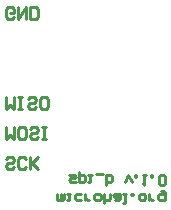
<source format=gbo>
G04 Layer_Color=13813960*
%FSLAX25Y25*%
%MOIN*%
G70*
G01*
G75*
%ADD16C,0.01000*%
D16*
X127666Y487668D02*
X126999Y487001D01*
X125666D01*
X125000Y487668D01*
Y490334D01*
X125666Y491000D01*
X126999D01*
X127666Y490334D01*
Y489001D01*
X126333D01*
X128999Y491000D02*
Y487001D01*
X131665Y491000D01*
Y487001D01*
X132997D02*
Y491000D01*
X134997D01*
X135663Y490334D01*
Y487668D01*
X134997Y487001D01*
X132997D01*
X125000Y461000D02*
Y457001D01*
X126333Y458334D01*
X127666Y457001D01*
Y461000D01*
X128999Y457001D02*
X130332D01*
X129665D01*
Y461000D01*
X128999D01*
X130332D01*
X134997Y457668D02*
X134330Y457001D01*
X132997D01*
X132331Y457668D01*
Y458334D01*
X132997Y459001D01*
X134330D01*
X134997Y459667D01*
Y460334D01*
X134330Y461000D01*
X132997D01*
X132331Y460334D01*
X138329Y457001D02*
X136996D01*
X136330Y457668D01*
Y460334D01*
X136996Y461000D01*
X138329D01*
X138996Y460334D01*
Y457668D01*
X138329Y457001D01*
X125000Y451000D02*
Y447001D01*
X126333Y448334D01*
X127666Y447001D01*
Y451000D01*
X130998Y447001D02*
X129665D01*
X128999Y447668D01*
Y450334D01*
X129665Y451000D01*
X130998D01*
X131665Y450334D01*
Y447668D01*
X130998Y447001D01*
X135663Y447668D02*
X134997Y447001D01*
X133664D01*
X132997Y447668D01*
Y448334D01*
X133664Y449001D01*
X134997D01*
X135663Y449667D01*
Y450334D01*
X134997Y451000D01*
X133664D01*
X132997Y450334D01*
X136996Y447001D02*
X138329D01*
X137663D01*
Y451000D01*
X136996D01*
X138329D01*
X127666Y437668D02*
X126999Y437001D01*
X125666D01*
X125000Y437668D01*
Y438334D01*
X125666Y439001D01*
X126999D01*
X127666Y439667D01*
Y440334D01*
X126999Y441000D01*
X125666D01*
X125000Y440334D01*
X131665Y437668D02*
X130998Y437001D01*
X129665D01*
X128999Y437668D01*
Y440334D01*
X129665Y441000D01*
X130998D01*
X131665Y440334D01*
X132997Y437001D02*
Y441000D01*
Y439667D01*
X135663Y437001D01*
X133664Y439001D01*
X135663Y441000D01*
X146200Y434800D02*
X147800D01*
X148333Y434267D01*
X147800Y433734D01*
X146733D01*
X146200Y433201D01*
X146733Y432667D01*
X148333D01*
X149399Y435866D02*
Y432667D01*
X150998D01*
X151532Y433201D01*
Y434267D01*
X150998Y434800D01*
X149399D01*
X152598D02*
X153664D01*
X153131D01*
Y432667D01*
X152598D01*
X155264Y435333D02*
X157396D01*
X158463Y431601D02*
Y434800D01*
X160062D01*
X160595Y434267D01*
Y433734D01*
Y433201D01*
X160062Y432667D01*
X158463D01*
X164861D02*
X165927Y434800D01*
X166993Y432667D01*
X168060Y434800D02*
Y434267D01*
X168593D01*
Y434800D01*
X168060D01*
X170725D02*
X171792D01*
X171259D01*
Y431601D01*
X170725Y432134D01*
X173391Y434800D02*
Y434267D01*
X173924D01*
Y434800D01*
X173391D01*
X176057Y432134D02*
X176590Y431601D01*
X177656D01*
X178190Y432134D01*
Y434267D01*
X177656Y434800D01*
X176590D01*
X176057Y434267D01*
Y432134D01*
X142300Y428600D02*
Y426467D01*
X142833D01*
X143366Y427001D01*
Y428600D01*
Y427001D01*
X143900Y426467D01*
X144433Y427001D01*
Y428600D01*
X145499D02*
X146565D01*
X146032D01*
Y426467D01*
X145499D01*
X150297D02*
X148698D01*
X148165Y427001D01*
Y428067D01*
X148698Y428600D01*
X150297D01*
X151364Y426467D02*
Y428600D01*
Y427534D01*
X151897Y427001D01*
X152430Y426467D01*
X152963D01*
X155096Y428600D02*
X156162D01*
X156695Y428067D01*
Y427001D01*
X156162Y426467D01*
X155096D01*
X154563Y427001D01*
Y428067D01*
X155096Y428600D01*
X157762Y425401D02*
Y428600D01*
Y427001D01*
X158295Y426467D01*
X159361D01*
X159894Y427001D01*
Y428600D01*
X161494Y426467D02*
X162560D01*
X163093Y427001D01*
Y428600D01*
X161494D01*
X160961Y428067D01*
X161494Y427534D01*
X163093D01*
X164160Y428600D02*
X165226D01*
X164693D01*
Y425401D01*
X164160D01*
X166825Y428600D02*
Y428067D01*
X167359D01*
Y428600D01*
X166825D01*
X170024D02*
X171091D01*
X171624Y428067D01*
Y427001D01*
X171091Y426467D01*
X170024D01*
X169491Y427001D01*
Y428067D01*
X170024Y428600D01*
X172690Y426467D02*
Y428600D01*
Y427534D01*
X173223Y427001D01*
X173757Y426467D01*
X174290D01*
X176955Y429666D02*
X177489D01*
X178022Y429133D01*
Y426467D01*
X176422D01*
X175889Y427001D01*
Y428067D01*
X176422Y428600D01*
X178022D01*
M02*

</source>
